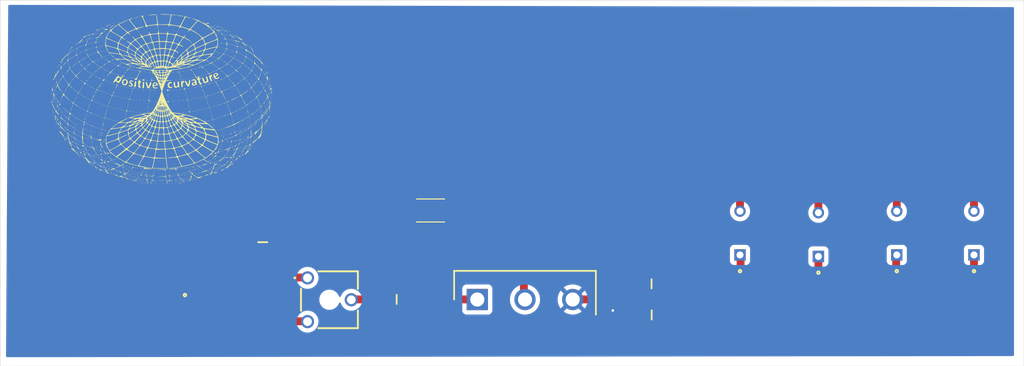
<source format=kicad_pcb>
(kicad_pcb (version 20221018) (generator pcbnew)
  (layers (0 "F.Cu" signal) (31 "B.Cu" signal) (34 "B.Paste" user) (35 "F.Paste" user) (36 "B.SilkS" user "B.Silkscreen") (37 "F.SilkS" user "F.Silkscreen") (38 "B.Mask" user) (39 "F.Mask" user) (44 "Edge.Cuts" user))
  (net 0 "")
  (net 1 "Test")
  (net 2 "Net-(Q1-D)")
  (net 3 "GND")
  (net 4 "Net-(VR1-WIPER)")
  (net 5 "Net-(VR1-CCW)")
  (net 6 "+VDC")
  (net 7 "Net-(C3-Pad2)")
  (net 8 "-VDC")
  (footprint "Connector_Wire:SolderWirePad_1x01_SMD_5x10mm" (layer "F.Cu") (at 168.402 63.754)
    (fp_text reference "REF**" hide)
    (fp_text value "SolderWirePad_1x01_SMD_5x10mm" hide)
    (pad "1" smd rect (at 0 0) (size 5 10) (layers "F.Cu" "F.Paste" "F.Mask") (net 7 "Net-(C3-Pad2)"))
  )
  (footprint "Connector_Wire:SolderWirePad_1x01_SMD_5x10mm" (layer "F.Cu") (at 76.2 93.98 90)
    (fp_text reference "REF**" hide)
    (fp_text value "SolderWirePad_1x01_SMD_5x10mm" hide)
    (pad "1" smd rect (at 0 0 90) (size 5 10) (layers "F.Cu" "F.Paste" "F.Mask") (net 8 "-VDC"))
  )
  (footprint "CC45S:CC45SL3JD330JYGNA" (layer "F.Cu") (at 163.83 86.534 90)
    (fp_text reference "C4" hide)
    (fp_text value "33 pF" hide)
    (pad "1" thru_hole rect (at 0 0 90) (size 1.3 1.3) (drill 0.8) (layers "*.Cu" "*.Mask") (net 1 "Test"))
    (pad "2" thru_hole circle (at 5 0 90) (size 1.3 1.3) (drill 0.8) (layers "*.Cu" "*.Mask") (net 7 "Net-(C3-Pad2)"))
  )
  (footprint "plasma toroid:IND_LQH32NH100J23L" (layer "F.Cu") (at 119.514 81.28)
    (fp_text reference "L2" hide)
    (fp_text value "LQH32NH100J23L" hide)
    (pad "1" smd custom (at -1.15 0) (size 1 2) (layers "F.Cu") (net 6 "+VDC") (options (clearance outline) (anchor rect)) (primitives (gr_poly (pts (xy -0.5 -1) (xy 0.5 -1) (xy 0.5 1) (xy -0.5 1) (xy -0.5 0.5) (xy -1.6 0.5) (xy -1.6 -0.5) (xy -0.5 -0.5)) (width 0.01) (fill yes))))
    (pad "2" smd custom (at 1.15 0) (size 1 2) (layers "F.Cu") (net 2 "Net-(Q1-D)") (options (clearance outline) (anchor rect)) (primitives (gr_poly (pts (xy 0.5 1) (xy -0.5 1) (xy -0.5 -1) (xy 0.5 -1) (xy 0.5 -0.5) (xy 1.6 -0.5) (xy 1.6 0.5) (xy 0.5 0.5)) (width 0.01) (fill yes))))
  )
  (footprint "CHP08:RESC2012X60N" (layer "F.Cu") (at 100.33 84.902 90)
    (fp_text reference "R2" hide)
    (fp_text value "CHP0805AFX-1001ELF" hide)
    (pad "1" smd rect (at -0.95 0 90) (size 1 1.4) (layers "F.Cu" "F.Paste" "F.Mask") (net 5 "Net-(VR1-CCW)"))
    (pad "2" smd rect (at 0.95 0 90) (size 1 1.4) (layers "F.Cu" "F.Paste" "F.Mask") (net 6 "+VDC"))
  )
  (footprint "C1210:C1210" (layer "F.Cu") (at 91.44 88.392 90)
    (fp_text reference "C1" hide)
    (fp_text value "100V 1uF" hide)
    (pad "1" smd rect (at -1.5 0 90) (size 1.15 2.7) (layers "F.Cu" "F.Paste" "F.Mask") (net 8 "-VDC"))
    (pad "2" smd rect (at 1.5 0 90) (size 1.15 2.7) (layers "F.Cu" "F.Paste" "F.Mask") (net 6 "+VDC"))
  )
  (footprint "plasma toroid:image logo" (layer "F.Cu") (at 88.9 68.453)
    (fp_text reference "G***" hide)
    (fp_text value "LOGO" hide)
  )
  (footprint "Connector_Wire:SolderWirePad_1x01_SMD_5x10mm" (layer "F.Cu") (at 141.732 63.5)
    (fp_text reference "REF**" hide)
    (fp_text value "SolderWirePad_1x01_SMD_5x10mm" hide)
    (pad "1" smd rect (at 0 0) (size 5 10) (layers "F.Cu" "F.Paste" "F.Mask") (net 2 "Net-(Q1-D)"))
  )
  (footprint "C2012:CAPC2012X145N" (layer "F.Cu") (at 144.78 93.218)
    (fp_text reference "C8" hide)
    (fp_text value "4700 pF" hide)
    (pad "1" smd rect (at -1 0) (size 0.62 1.47) (layers "F.Cu" "F.Paste" "F.Mask") (net 3 "GND"))
    (pad "2" smd rect (at 1 0) (size 0.62 1.47) (layers "F.Cu" "F.Paste" "F.Mask") (net 1 "Test"))
  )
  (footprint "CC45S:CC45SL3JD330JYGNA" (layer "F.Cu") (at 181.61 86.36 90)
    (fp_text reference "C6" hide)
    (fp_text value "33 pF" hide)
    (pad "1" thru_hole rect (at 0 0 90) (size 1.3 1.3) (drill 0.8) (layers "*.Cu" "*.Mask") (net 1 "Test"))
    (pad "2" thru_hole circle (at 5 0 90) (size 1.3 1.3) (drill 0.8) (layers "*.Cu" "*.Mask") (net 7 "Net-(C3-Pad2)"))
  )
  (footprint "FDA18:TO545P500X1580X2420-3P" (layer "F.Cu") (at 124.852 91.453)
    (fp_text reference "Q1" hide)
    (fp_text value "FDA18N50" hide)
    (pad "1" thru_hole rect (at 0 0) (size 2.43 2.43) (drill 1.62) (layers "*.Cu" "*.Mask") (net 1 "Test"))
    (pad "2" thru_hole circle (at 5.45 0) (size 2.43 2.43) (drill 1.62) (layers "*.Cu" "*.Mask") (net 2 "Net-(Q1-D)"))
    (pad "3" thru_hole circle (at 10.9 0) (size 2.43 2.43) (drill 1.62) (layers "*.Cu" "*.Mask") (net 3 "GND"))
  )
  (footprint "CC45S:CC45SL3JD330JYGNA" (layer "F.Cu") (at 172.788 86.36 90)
    (fp_text reference "C5" hide)
    (fp_text value "33 pF" hide)
    (pad "1" thru_hole rect (at 0 0 90) (size 1.3 1.3) (drill 0.8) (layers "*.Cu" "*.Mask") (net 1 "Test"))
    (pad "2" thru_hole circle (at 5 0 90) (size 1.3 1.3) (drill 0.8) (layers "*.Cu" "*.Mask") (net 7 "Net-(C3-Pad2)"))
  )
  (footprint "601030:601030" (layer "F.Cu") (at 105.45 88.98 -90)
    (fp_text reference "VR1" hide)
    (fp_text value "601030" hide)
    (pad "" np_thru_hole circle (at 2.5 -2.5 270) (size 1.8 1.8) (drill 1.8) (layers "*.Cu" "*.Mask"))
    (pad "1" thru_hole circle (at 0 0 270) (size 1.5 1.5) (drill 1) (layers "*.Cu" "*.Mask") (net 5 "Net-(VR1-CCW)"))
    (pad "2" thru_hole circle (at 2.5 -5 270) (size 1.5 1.5) (drill 1) (layers "*.Cu" "*.Mask") (net 4 "Net-(VR1-WIPER)"))
    (pad "3" thru_hole circle (at 5 0 270) (size 1.5 1.5) (drill 1) (layers "*.Cu" "*.Mask") (net 8 "-VDC"))
  )
  (footprint "C2012:CAPC2012X145N" (layer "F.Cu") (at 144.764 89.662)
    (fp_text reference "C9" hide)
    (fp_text value "4700 pF" hide)
    (pad "1" smd rect (at -1 0) (size 0.62 1.47) (layers "F.Cu" "F.Paste" "F.Mask") (net 3 "GND"))
    (pad "2" smd rect (at 1 0) (size 0.62 1.47) (layers "F.Cu" "F.Paste" "F.Mask") (net 1 "Test"))
  )
  (footprint "Connector_Wire:SolderWirePad_1x01_SMD_5x10mm" (layer "F.Cu") (at 76.2 81.28 90)
    (fp_text reference "REF**" hide)
    (fp_text value "SolderWirePad_1x01_SMD_5x10mm" hide)
    (pad "1" smd rect (at 0 0 90) (size 5 10) (layers "F.Cu" "F.Paste" "F.Mask") (net 6 "+VDC"))
  )
  (footprint "CHP08:RESC2012X60N" (layer "F.Cu") (at 115.636 91.44)
    (fp_text reference "R1" hide)
    (fp_text value "CHP0805AFX-1001ELF" hide)
    (pad "1" smd rect (at -0.95 0) (size 1 1.4) (layers "F.Cu" "F.Paste" "F.Mask") (net 4 "Net-(VR1-WIPER)"))
    (pad "2" smd rect (at 0.95 0) (size 1 1.4) (layers "F.Cu" "F.Paste" "F.Mask") (net 1 "Test"))
  )
  (footprint "CC45S:CC45SL3JD330JYGNA" (layer "F.Cu") (at 154.872 86.36 90)
    (fp_text reference "C3" hide)
    (fp_text value "33 pF" hide)
    (pad "1" thru_hole rect (at 0 0 90) (size 1.3 1.3) (drill 0.8) (layers "*.Cu" "*.Mask") (net 1 "Test"))
    (pad "2" thru_hole circle (at 5 0 90) (size 1.3 1.3) (drill 0.8) (layers "*.Cu" "*.Mask") (net 7 "Net-(C3-Pad2)"))
  )
  (gr_rect (start 103.124 64.1604) (end 103.1494 73.2028) (stroke (width 0.2)) (fill solid) (layer "F.Cu"))
  (gr_line (start 70.3326 99.06) (end 70.3326 57.2516) (stroke (width 0.05)) (layer "Edge.Cuts"))
  (gr_line (start 70.8406 99.06) (end 70.3326 99.06) (stroke (width 0.05)) (layer "Edge.Cuts"))
  (gr_line (start 71.12 99.06) (end 70.9676 99.06) (stroke (width 0.05)) (layer "Edge.Cuts"))
  (gr_line (start 187.325 57.3278) (end 187.325 57.785) (stroke (width 0.05)) (layer "Edge.Cuts"))
  (gr_line (start 187.325 99.06) (end 187.325 57.785) (stroke (width 0.05)) (layer "Edge.Cuts"))
  (gr_line (start 70.3326 57.2516) (end 187.325 57.3278) (stroke (width 0.05)) (layer "Edge.Cuts"))
  (gr_line (start 71.12 99.06) (end 187.325 99.06) (stroke (width 0.05)) (layer "Edge.Cuts"))
  (gr_line (start 70.8406 99.06) (end 70.9676 99.06) (stroke (width 0.05)) (layer "Edge.Cuts"))
  (gr_text "PCB Implementation\nPlasma Toroid Driver\nEvan Eden\n07/14/2023" (at 103.1748 73.2028) (layer "F.Cu") (effects (font (size 1.5 1.5) (thickness 0.3) bold) (justify left bottom)))
  (gr_text "1uF, 100V" (at 93.98 89.535) (layer "F.Cu") (effects (font (size 0.5 0.5) (thickness 0.125) bold) (justify left bottom)))
  (gr_text "Top Coil" (at 130.175 64.135) (layer "F.Cu") (effects (font (size 1 1) (thickness 0.25) bold) (justify left bottom)))
  (gr_text "132 pF, 6kV" (at 162.56 95.25) (layer "F.Cu") (effects (font (size 1.5 1.5) (thickness 0.3) bold) (justify left bottom)))
  (gr_text "FDA18N50" (at 130.81 87.63) (layer "F.Cu") (effects (font (size 0.7 0.7) (thickness 0.175) bold) (justify left bottom)))
  (gr_text "(+)" (at 74.295 77.47) (layer "F.Cu") (effects (font (size 1.5 1.5) (thickness 0.3) bold) (justify left bottom)))
  (gr_text "9.4nF, 450V" (at 141.8082 87.503) (layer "F.Cu") (effects (font (size 0.7 0.7) (thickness 0.175) bold) (justify left bottom)))
  (gr_text "(-) 24V\n" (at 71.755 90.17) (layer "F.Cu") (effects (font (size 1.5 1.5) (thickness 0.3) bold) (justify left bottom)))
  (gr_text "1k, .5W" (at 114.3 93.345) (layer "F.Cu") (effects (font (size 0.5 0.5) (thickness 0.125) bold) (justify left bottom)))
  (gr_text "10k Pot." (at 104.3686 97.7138) (layer "F.Cu") (effects (font (size 1.2 1.2) (thickness 0.24) bold) (justify left bottom)))
  (gr_text "1k, .5W" (at 101.6 85.09) (layer "F.Cu") (effects (font (size 0.5 0.5) (thickness 0.125) bold) (justify left bottom)))
  (gr_text "Bottom Coil" (at 172.72 64.135) (layer "F.Cu") (effects (font (size 1 1) (thickness 0.25) bold) (justify left bottom)))
  (segment (start 149.225 91.44) (end 154.94 91.44) (width 0.9) (layer "F.Cu") (net 1))
  (segment (start 154.94 91.44) (end 163.83 91.44) (width 0.9) (layer "F.Cu") (net 1))
  (segment (start 149.225 95.885) (end 149.225 91.44) (width 0.9) (layer "F.Cu") (net 1))
  (segment (start 147.32 89.535) (end 147.32 91.44) (width 0.9) (layer "F.Cu") (net 1))
  (segment (start 181.61 91.44) (end 181.61 86.36) (width 0.9) (layer "F.Cu") (net 1))
  (segment (start 149.225 91.44) (end 147.32 91.44) (width 0.9) (layer "F.Cu") (net 1))
  (segment (start 163.83 86.36) (end 163.83 91.44) (width 0.9) (layer "F.Cu") (net 1))
  (segment (start 172.72 86.36) (end 172.72 91.44) (width 0.9) (layer "F.Cu") (net 1))
  (segment (start 147.32 93.345) (end 145.78 93.345) (width 0.9) (layer "F.Cu") (net 1))
  (segment (start 120.015 95.885) (end 149.225 95.885) (width 0.9) (layer "F.Cu") (net 1))
  (segment (start 120.015 91.44) (end 120.015 95.885) (width 0.9) (layer "F.Cu") (net 1))
  (segment (start 172.72 91.44) (end 181.61 91.44) (width 0.9) (layer "F.Cu") (net 1))
  (segment (start 154.94 86.36) (end 154.94 91.44) (width 0.9) (layer "F.Cu") (net 1))
  (segment (start 124.725 91.44) (end 120.015 91.44) (width 0.9) (layer "F.Cu") (net 1))
  (segment (start 147.32 91.44) (end 147.32 93.345) (width 0.9) (layer "F.Cu") (net 1))
  (segment (start 163.83 91.44) (end 172.72 91.44) (width 0.9) (layer "F.Cu") (net 1))
  (segment (start 145.78 89.535) (end 147.32 89.535) (width 0.9) (layer "F.Cu") (net 1))
  (segment (start 120.015 91.44) (end 116.52 91.44) (width 0.9) (layer "F.Cu") (net 1))
  (segment (start 141.732 81.28) (end 141.732 63.5) (width 0.9) (layer "F.Cu") (net 2))
  (segment (start 130.175 81.28) (end 141.732 81.28) (width 0.9) (layer "F.Cu") (net 2))
  (segment (start 130.175 81.28) (end 130.175 91.07) (width 0.9) (layer "F.Cu") (net 2))
  (segment (start 121.7 81.28) (end 130.175 81.28) (width 0.9) (layer "F.Cu") (net 2))
  (segment (start 140.335 91.44) (end 140.335 92.71) (width 0.9) (layer "F.Cu") (net 3))
  (segment (start 142.24 93.345) (end 143.78 93.345) (width 0.9) (layer "F.Cu") (net 3))
  (segment (start 142.24 91.44) (end 142.24 93.345) (width 0.9) (layer "F.Cu") (net 3))
  (segment (start 140.335 91.44) (end 142.24 91.44) (width 0.9) (layer "F.Cu") (net 3))
  (segment (start 142.24 89.535) (end 143.78 89.535) (width 0.9) (layer "F.Cu") (net 3))
  (segment (start 142.24 91.44) (end 142.24 89.535) (width 0.9) (layer "F.Cu") (net 3))
  (segment (start 135.625 91.44) (end 140.335 91.44) (width 0.9) (layer "F.Cu") (net 3))
  (via (at 140.335 92.71) (size 0.6) (drill 0.3) (layers "F.Cu" "B.Cu") (net 3))
  (segment (start 110.45 91.44) (end 114.62 91.44) (width 0.9) (layer "F.Cu") (net 4))
  (segment (start 100.33 85.72) (end 100.33 88.9) (width 0.9) (layer "F.Cu") (net 5))
  (segment (start 100.37 88.94) (end 100.33 88.9) (width 0.2) (layer "F.Cu") (net 5))
  (segment (start 105.45 88.94) (end 100.37 88.94) (width 0.9) (layer "F.Cu") (net 5))
  (segment (start 100.33 81.28) (end 100.33 83.82) (width 0.9) (layer "F.Cu") (net 6))
  (segment (start 91.248 81.28) (end 76.2 81.28) (width 0.9) (layer "F.Cu") (net 6))
  (segment (start 91.44 87.4) (end 91.44 81.28) (width 0.9) (layer "F.Cu") (net 6))
  (segment (start 100.33 81.28) (end 117.3 81.28) (width 0.9) (layer "F.Cu") (net 6))
  (segment (start 91.44 81.28) (end 91.248 81.472) (width 0.9) (layer "F.Cu") (net 6))
  (segment (start 91.44 81.28) (end 100.33 81.28) (width 0.9) (layer "F.Cu") (net 6))
  (segment (start 154.872 76.259) (end 154.872 81.36) (width 0.9) (layer "F.Cu") (net 7))
  (segment (start 163.83 76.2) (end 154.813 76.2) (width 0.9) (layer "F.Cu") (net 7))
  (segment (start 168.402 63.754) (end 168.402 76.2) (width 0.9) (layer "F.Cu") (net 7))
  (segment (start 154.813 76.2) (end 154.872 76.259) (width 0.2) (layer "F.Cu") (net 7))
  (segment (start 163.83 76.2) (end 168.402 76.2) (width 0.9) (layer "F.Cu") (net 7))
  (segment (start 181.61 76.2) (end 172.72 76.2) (width 0.9) (layer "F.Cu") (net 7))
  (segment (start 168.402 76.2) (end 172.72 76.2) (width 0.9) (layer "F.Cu") (net 7))
  (segment (start 163.83 81.534) (end 163.83 76.2) (width 0.9) (layer "F.Cu") (net 7))
  (segment (start 168.8846 75.55) (end 168.91 75.55) (width 0) (layer "F.Cu") (net 7))
  (segment (start 172.788 76.268) (end 172.72 76.2) (width 0.2) (layer "F.Cu") (net 7))
  (segment (start 172.788 81.36) (end 172.788 76.268) (width 0.9) (layer "F.Cu") (net 7))
  (segment (start 168.148 64.008) (end 168.402 63.754) (width 0.9) (layer "F.Cu") (net 7))
  (segment (start 181.61 81.36) (end 181.61 76.2) (width 0.9) (layer "F.Cu") (net 7))
  (segment (start 91.48 93.94) (end 105.45 93.94) (width 0.9) (layer "F.Cu") (net 8))
  (segment (start 91.44 93.98) (end 76.2 93.98) (width 0.9) (layer "F.Cu") (net 8))
  (segment (start 91.44 93.98) (end 91.44 90.4) (width 0.9) (layer "F.Cu") (net 8))
  (segment (start 91.44 93.98) (end 91.48 93.94) (width 0.2) (layer "F.Cu") (net 8))
  (zone (net 3) (net_name "GND") (layer "B.Cu") (connect_pads (clearance 0.5)) (min_thickness 0.25) (fill yes (thermal_gap 0.5) (thermal_bridge_width 0.5))
    (polygon (pts (xy 71.247 57.912) (xy 70.993 98.044) (xy 186.182 97.917) (xy 186.182 58.039) (xy 71.374 57.785) (xy 71.247 57.785)))
  )
)
</source>
